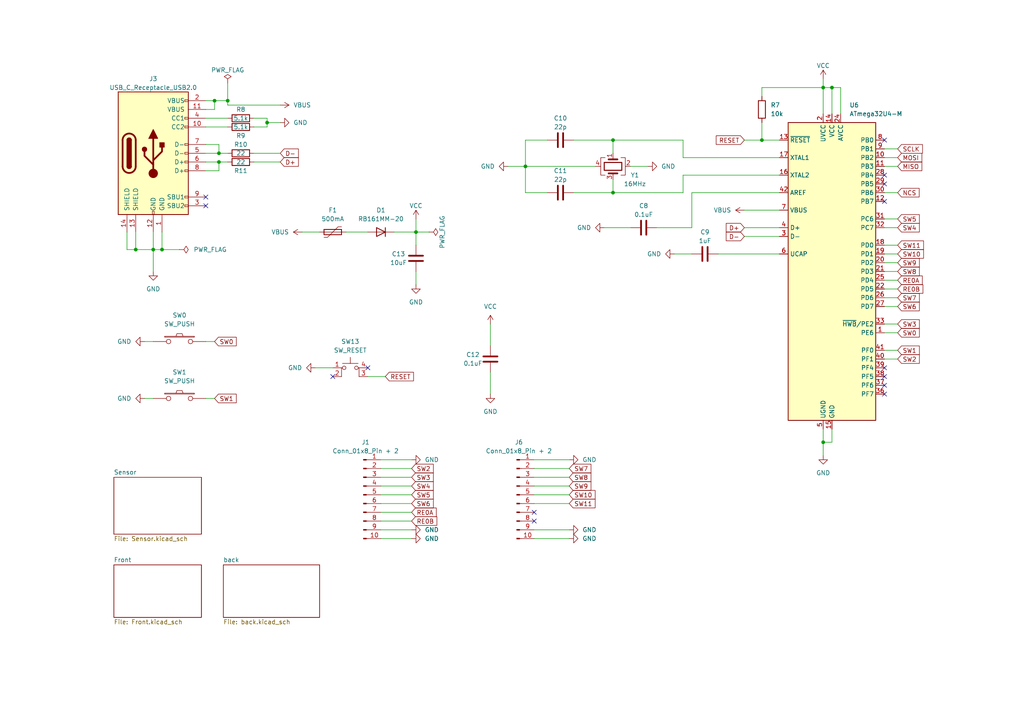
<source format=kicad_sch>
(kicad_sch (version 20230121) (generator eeschema)
  (paper "A4")
  (lib_symbols
    (symbol "Connector:Conn_01x10_Pin" (pin_names (offset 1.016) hide)
      (property "Reference" "J" (at 0 12.7 0))
      (property "Value" "Conn_01x10_Pin" (at 0 -15.24 0))
      (symbol "Conn_01x10_Pin_1_1"
        (polyline (pts (xy 1.27 -12.7) (xy 0.8636 -12.7)) (stroke (width 0.1524)))
        (polyline (pts (xy 1.27 -10.16) (xy 0.8636 -10.16)) (stroke (width 0.1524)))
        (polyline (pts (xy 1.27 -7.62) (xy 0.8636 -7.62)) (stroke (width 0.1524)))
        (polyline (pts (xy 1.27 -5.08) (xy 0.8636 -5.08)) (stroke (width 0.1524)))
        (polyline (pts (xy 1.27 -2.54) (xy 0.8636 -2.54)) (stroke (width 0.1524)))
        (polyline (pts (xy 1.27 0) (xy 0.8636 0)) (stroke (width 0.1524)))
        (polyline (pts (xy 1.27 2.54) (xy 0.8636 2.54)) (stroke (width 0.1524)))
        (polyline (pts (xy 1.27 5.08) (xy 0.8636 5.08)) (stroke (width 0.1524)))
        (polyline (pts (xy 1.27 7.62) (xy 0.8636 7.62)) (stroke (width 0.1524)))
        (polyline (pts (xy 1.27 10.16) (xy 0.8636 10.16)) (stroke (width 0.1524)))
        (rectangle (start 0.8636 -12.573) (end 0 -12.827) (stroke (width 0.1524)) (fill (type outline)))
        (rectangle (start 0.8636 -10.033) (end 0 -10.287) (stroke (width 0.1524)) (fill (type outline)))
        (rectangle (start 0.8636 -7.493) (end 0 -7.747) (stroke (width 0.1524)) (fill (type outline)))
        (rectangle (start 0.8636 -4.953) (end 0 -5.207) (stroke (width 0.1524)) (fill (type outline)))
        (rectangle (start 0.8636 -2.413) (end 0 -2.667) (stroke (width 0.1524)) (fill (type outline)))
        (rectangle (start 0.8636 0.127) (end 0 -0.127) (stroke (width 0.1524)) (fill (type outline)))
        (rectangle (start 0.8636 2.667) (end 0 2.413) (stroke (width 0.1524)) (fill (type outline)))
        (rectangle (start 0.8636 5.207) (end 0 4.953) (stroke (width 0.1524)) (fill (type outline)))
        (rectangle (start 0.8636 7.747) (end 0 7.493) (stroke (width 0.1524)) (fill (type outline)))
        (rectangle (start 0.8636 10.287) (end 0 10.033) (stroke (width 0.1524)) (fill (type outline)))
        (pin passive line (at 5.08 10.16 180) (length 3.81) (name "Pin_1") (number "1"))
        (pin passive line (at 5.08 -12.7 180) (length 3.81) (name "Pin_10") (number "10"))
        (pin passive line (at 5.08 7.62 180) (length 3.81) (name "Pin_2") (number "2"))
        (pin passive line (at 5.08 5.08 180) (length 3.81) (name "Pin_3") (number "3"))
        (pin passive line (at 5.08 2.54 180) (length 3.81) (name "Pin_4") (number "4"))
        (pin passive line (at 5.08 0 180) (length 3.81) (name "Pin_5") (number "5"))
        (pin passive line (at 5.08 -2.54 180) (length 3.81) (name "Pin_6") (number "6"))
        (pin passive line (at 5.08 -5.08 180) (length 3.81) (name "Pin_7") (number "7"))
        (pin passive line (at 5.08 -7.62 180) (length 3.81) (name "Pin_8") (number "8"))
        (pin passive line (at 5.08 -10.16 180) (length 3.81) (name "Pin_9") (number "9"))
      )
    )
    (symbol "Connector:USB_C_Receptacle_USB2.0" (pin_names (offset 1.016))
      (property "Reference" "J3" (at 0 21.59 0))
      (property "Value" "USB_C_Receptacle_USB2.0" (at 0 19.05 0))
      (symbol "USB_C_Receptacle_USB2.0_0_0"
        (rectangle (start -0.254 -17.78) (end 0.254 -16.764))
        (rectangle (start 10.16 -14.986) (end 9.144 -15.494))
        (rectangle (start 10.16 -12.446) (end 9.144 -12.954))
        (rectangle (start 10.16 -4.826) (end 9.144 -5.334))
        (rectangle (start 10.16 -2.286) (end 9.144 -2.794))
        (rectangle (start 10.16 0.254) (end 9.144 -0.254))
        (rectangle (start 10.16 2.794) (end 9.144 2.286))
        (rectangle (start 10.16 7.874) (end 9.144 7.366))
        (rectangle (start 10.16 10.414) (end 9.144 9.906))
        (rectangle (start 10.16 15.494) (end 9.144 14.986))
      )
      (symbol "USB_C_Receptacle_USB2.0_0_1"
        (rectangle (start -10.16 17.78) (end 10.16 -17.78) (stroke (width 0.254)) (fill (type background)))
        (arc (start -8.89 -3.81) (mid -6.985 -5.7067) (end -5.08 -3.81) (stroke (width 0.508)))
        (arc (start -7.62 -3.81) (mid -6.985 -4.4423) (end -6.35 -3.81) (stroke (width 0.254)))
        (arc (start -7.62 -3.81) (mid -6.985 -4.4423) (end -6.35 -3.81) (stroke (width 0.254)) (fill (type outline)))
        (rectangle (start -7.62 -3.81) (end -6.35 3.81) (stroke (width 0.254)) (fill (type outline)))
        (arc (start -6.35 3.81) (mid -6.985 4.4423) (end -7.62 3.81) (stroke (width 0.254)))
        (arc (start -6.35 3.81) (mid -6.985 4.4423) (end -7.62 3.81) (stroke (width 0.254)) (fill (type outline)))
        (arc (start -5.08 3.81) (mid -6.985 5.7067) (end -8.89 3.81) (stroke (width 0.508)))
        (circle (center -2.54 1.143) (radius 0.635) (stroke (width 0.254)) (fill (type outline)))
        (circle (center 0 -5.842) (radius 1.27) (fill (type outline)))
        (polyline (pts (xy -8.89 -3.81) (xy -8.89 3.81)) (stroke (width 0.508)))
        (polyline (pts (xy -5.08 3.81) (xy -5.08 -3.81)) (stroke (width 0.508)))
        (polyline (pts (xy 0 -5.842) (xy 0 4.318)) (stroke (width 0.508)))
        (polyline (pts (xy 0 -3.302) (xy -2.54 -0.762) (xy -2.54 0.508)) (stroke (width 0.508)))
        (polyline (pts (xy 0 -2.032) (xy 2.54 0.508) (xy 2.54 1.778)) (stroke (width 0.508)))
        (polyline (pts (xy -1.27 4.318) (xy 0 6.858) (xy 1.27 4.318) (xy -1.27 4.318)) (stroke (width 0.254)) (fill (type outline)))
        (rectangle (start 1.905 1.778) (end 3.175 3.048) (stroke (width 0.254)) (fill (type outline)))
      )
      (symbol "USB_C_Receptacle_USB2.0_1_1"
        (pin passive line (at 2.54 -22.86 90) (length 5.08) (name "GND") (number "1"))
        (pin bidirectional line (at 15.24 7.62 180) (length 5.08) (name "CC2") (number "10"))
        (pin passive line (at 15.24 12.7 180) (length 5.08) (name "VBUS") (number "11"))
        (pin passive line (at 0 -22.86 90) (length 5.08) (name "GND") (number "12"))
        (pin passive line (at -5.08 -22.86 90) (length 5.08) (name "SHIELD") (number "13"))
        (pin passive line (at -7.62 -22.86 90) (length 5.08) (name "SHIELD") (number "14"))
        (pin passive line (at 15.24 15.24 180) (length 5.08) (name "VBUS") (number "2"))
        (pin bidirectional line (at 15.24 -15.24 180) (length 5.08) (name "SBU2") (number "3"))
        (pin bidirectional line (at 15.24 10.16 180) (length 5.08) (name "CC1") (number "4"))
        (pin bidirectional line (at 15.24 0 180) (length 5.08) (name "D-") (number "5"))
        (pin bidirectional line (at 15.24 -2.54 180) (length 5.08) (name "D+") (number "6"))
        (pin bidirectional line (at 15.24 2.54 180) (length 5.08) (name "D-") (number "7"))
        (pin bidirectional line (at 15.24 -5.08 180) (length 5.08) (name "D+") (number "8"))
        (pin bidirectional line (at 15.24 -12.7 180) (length 5.08) (name "SBU1") (number "9"))
      )
    )
    (symbol "Device:C" (pin_numbers hide) (pin_names (offset 0.254))
      (property "Reference" "C" (at 0.635 2.54 0))
      (property "Value" "C" (at 0.635 -2.54 0))
      (symbol "C_0_1"
        (polyline (pts (xy -2.032 -0.762) (xy 2.032 -0.762)) (stroke (width 0.508)))
        (polyline (pts (xy -2.032 0.762) (xy 2.032 0.762)) (stroke (width 0.508)))
      )
      (symbol "C_1_1"
        (pin passive line (at 0 3.81 270) (length 2.794) (name "~") (number "1"))
        (pin passive line (at 0 -3.81 90) (length 2.794) (name "~") (number "2"))
      )
    )
    (symbol "Device:Crystal_GND24" (pin_names (offset 1.016) hide)
      (property "Reference" "Y" (at 3.175 5.08 0))
      (property "Value" "Crystal_GND24" (at 3.175 3.175 0))
      (symbol "Crystal_GND24_0_1"
        (rectangle (start -1.143 2.54) (end 1.143 -2.54) (stroke (width 0.3048)))
        (polyline (pts (xy -2.54 0) (xy -2.032 0)))
        (polyline (pts (xy -2.032 -1.27) (xy -2.032 1.27)) (stroke (width 0.508)))
        (polyline (pts (xy 0 -3.81) (xy 0 -3.556)))
        (polyline (pts (xy 0 3.556) (xy 0 3.81)))
        (polyline (pts (xy 2.032 -1.27) (xy 2.032 1.27)) (stroke (width 0.508)))
        (polyline (pts (xy 2.032 0) (xy 2.54 0)))
        (polyline (pts (xy -2.54 -2.286) (xy -2.54 -3.556) (xy 2.54 -3.556) (xy 2.54 -2.286)))
        (polyline (pts (xy -2.54 2.286) (xy -2.54 3.556) (xy 2.54 3.556) (xy 2.54 2.286)))
      )
      (symbol "Crystal_GND24_1_1"
        (pin passive line (at -3.81 0 0) (length 1.27) (name "1") (number "1"))
        (pin passive line (at 0 5.08 270) (length 1.27) (name "2") (number "2"))
        (pin passive line (at 3.81 0 180) (length 1.27) (name "3") (number "3"))
        (pin passive line (at 0 -5.08 90) (length 1.27) (name "4") (number "4"))
      )
    )
    (symbol "Device:D" (pin_numbers hide) (pin_names (offset 1.016) hide)
      (property "Reference" "D" (at 0 2.54 0))
      (property "Value" "D" (at 0 -2.54 0))
      (symbol "D_0_1"
        (polyline (pts (xy -1.27 1.27) (xy -1.27 -1.27)) (stroke (width 0.254)))
        (polyline (pts (xy 1.27 0) (xy -1.27 0)))
        (polyline (pts (xy 1.27 1.27) (xy 1.27 -1.27) (xy -1.27 0) (xy 1.27 1.27)) (stroke (width 0.254)))
      )
      (symbol "D_1_1"
        (pin passive line (at -3.81 0 0) (length 2.54) (name "K") (number "1"))
        (pin passive line (at 3.81 0 180) (length 2.54) (name "A") (number "2"))
      )
    )
    (symbol "Device:Polyfuse" (pin_numbers hide) (pin_names (offset 0))
      (property "Reference" "F" (at -2.54 0 90))
      (property "Value" "Polyfuse" (at 2.54 0 90))
      (symbol "Polyfuse_0_1"
        (rectangle (start -0.762 2.54) (end 0.762 -2.54) (stroke (width 0.254)))
        (polyline (pts (xy 0 2.54) (xy 0 -2.54)))
        (polyline (pts (xy -1.524 2.54) (xy -1.524 1.524) (xy 1.524 -1.524) (xy 1.524 -2.54)))
      )
      (symbol "Polyfuse_1_1"
        (pin passive line (at 0 3.81 270) (length 1.27) (name "~") (number "1"))
        (pin passive line (at 0 -3.81 90) (length 1.27) (name "~") (number "2"))
      )
    )
    (symbol "Device:R" (pin_numbers hide) (pin_names (offset 0))
      (property "Reference" "R" (at 2.032 0 90))
      (property "Value" "R" (at 0 0 90))
      (symbol "R_0_1"
        (rectangle (start -1.016 -2.54) (end 1.016 2.54) (stroke (width 0.254)))
      )
      (symbol "R_1_1"
        (pin passive line (at 0 3.81 270) (length 1.27) (name "~") (number "1"))
        (pin passive line (at 0 -3.81 90) (length 1.27) (name "~") (number "2"))
      )
    )
    (symbol "MCU_Microchip_ATmega:ATmega32U4-M"
      (property "Reference" "U" (at -12.7 44.45 0))
      (property "Value" "ATmega32U4-M" (at 2.54 -44.45 0))
      (symbol "ATmega32U4-M_0_1"
        (rectangle (start -12.7 -43.18) (end 12.7 43.18) (stroke (width 0.254)) (fill (type background)))
      )
      (symbol "ATmega32U4-M_1_1"
        (pin bidirectional line (at 15.24 -17.78 180) (length 2.54) (name "PE6") (number "1"))
        (pin bidirectional line (at 15.24 33.02 180) (length 2.54) (name "PB2") (number "10"))
        (pin bidirectional line (at 15.24 30.48 180) (length 2.54) (name "PB3") (number "11"))
        (pin bidirectional line (at 15.24 20.32 180) (length 2.54) (name "PB7") (number "12"))
        (pin input line (at -15.24 38.1 0) (length 2.54) (name "~{RESET}") (number "13"))
        (pin power_in line (at 0 45.72 270) (length 2.54) (name "VCC") (number "14"))
        (pin power_in line (at 0 -45.72 90) (length 2.54) (name "GND") (number "15"))
        (pin output line (at -15.24 27.94 0) (length 2.54) (name "XTAL2") (number "16"))
        (pin input line (at -15.24 33.02 0) (length 2.54) (name "XTAL1") (number "17"))
        (pin bidirectional line (at 15.24 7.62 180) (length 2.54) (name "PD0") (number "18"))
        (pin bidirectional line (at 15.24 5.08 180) (length 2.54) (name "PD1") (number "19"))
        (pin power_in line (at -2.54 45.72 270) (length 2.54) (name "UVCC") (number "2"))
        (pin bidirectional line (at 15.24 2.54 180) (length 2.54) (name "PD2") (number "20"))
        (pin bidirectional line (at 15.24 0 180) (length 2.54) (name "PD3") (number "21"))
        (pin bidirectional line (at 15.24 -5.08 180) (length 2.54) (name "PD5") (number "22"))
        (pin passive line (at 0 -45.72 90) (length 2.54) hide (name "GND") (number "23"))
        (pin power_in line (at 2.54 45.72 270) (length 2.54) (name "AVCC") (number "24"))
        (pin bidirectional line (at 15.24 -2.54 180) (length 2.54) (name "PD4") (number "25"))
        (pin bidirectional line (at 15.24 -7.62 180) (length 2.54) (name "PD6") (number "26"))
        (pin bidirectional line (at 15.24 -10.16 180) (length 2.54) (name "PD7") (number "27"))
        (pin bidirectional line (at 15.24 27.94 180) (length 2.54) (name "PB4") (number "28"))
        (pin bidirectional line (at 15.24 25.4 180) (length 2.54) (name "PB5") (number "29"))
        (pin bidirectional line (at -15.24 10.16 0) (length 2.54) (name "D-") (number "3"))
        (pin bidirectional line (at 15.24 22.86 180) (length 2.54) (name "PB6") (number "30"))
        (pin bidirectional line (at 15.24 15.24 180) (length 2.54) (name "PC6") (number "31"))
        (pin bidirectional line (at 15.24 12.7 180) (length 2.54) (name "PC7") (number "32"))
        (pin bidirectional line (at 15.24 -15.24 180) (length 2.54) (name "~{HWB}/PE2") (number "33"))
        (pin passive line (at 0 45.72 270) (length 2.54) hide (name "VCC") (number "34"))
        (pin passive line (at 0 -45.72 90) (length 2.54) hide (name "GND") (number "35"))
        (pin bidirectional line (at 15.24 -35.56 180) (length 2.54) (name "PF7") (number "36"))
        (pin bidirectional line (at 15.24 -33.02 180) (length 2.54) (name "PF6") (number "37"))
        (pin bidirectional line (at 15.24 -30.48 180) (length 2.54) (name "PF5") (number "38"))
        (pin bidirectional line (at 15.24 -27.94 180) (length 2.54) (name "PF4") (number "39"))
        (pin bidirectional line (at -15.24 12.7 0) (length 2.54) (name "D+") (number "4"))
        (pin bidirectional line (at 15.24 -25.4 180) (length 2.54) (name "PF1") (number "40"))
        (pin bidirectional line (at 15.24 -22.86 180) (length 2.54) (name "PF0") (number "41"))
        (pin passive line (at -15.24 22.86 0) (length 2.54) (name "AREF") (number "42"))
        (pin passive line (at 0 -45.72 90) (length 2.54) hide (name "GND") (number "43"))
        (pin passive line (at 2.54 45.72 270) (length 2.54) hide (name "AVCC") (number "44"))
        (pin passive line (at 0 -45.72 90) (length 2.54) hide (name "GND") (number "45"))
        (pin passive line (at -2.54 -45.72 90) (length 2.54) (name "UGND") (number "5"))
        (pin passive line (at -15.24 5.08 0) (length 2.54) (name "UCAP") (number "6"))
        (pin input line (at -15.24 17.78 0) (length 2.54) (name "VBUS") (number "7"))
        (pin bidirectional line (at 15.24 38.1 180) (length 2.54) (name "PB0") (number "8"))
        (pin bidirectional line (at 15.24 35.56 180) (length 2.54) (name "PB1") (number "9"))
      )
    )
    (symbol "Switch:SW_MEC_5E" (pin_names (offset 1.016) hide)
      (property "Reference" "SW" (at 0.635 5.715 0))
      (property "Value" "SW_MEC_5E" (at 0 -3.175 0))
      (symbol "SW_MEC_5E_0_1"
        (circle (center -1.778 2.54) (radius 0.508))
        (polyline (pts (xy -2.286 3.81) (xy 2.286 3.81)))
        (polyline (pts (xy 0 3.81) (xy 0 5.588)))
        (polyline (pts (xy -2.54 0) (xy -2.54 2.54) (xy -2.286 2.54)))
        (polyline (pts (xy 2.54 0) (xy 2.54 2.54) (xy 2.286 2.54)))
        (circle (center 1.778 2.54) (radius 0.508))
        (pin passive line (at -5.08 2.54 0) (length 2.54) (name "1") (number "1"))
        (pin passive line (at -5.08 0 0) (length 2.54) (name "2") (number "2"))
        (pin passive line (at 5.08 0 180) (length 2.54) (name "K") (number "3"))
        (pin passive line (at 5.08 2.54 180) (length 2.54) (name "A") (number "4"))
      )
    )
    (symbol "kbd:SW_PUSH" (pin_numbers hide) (pin_names (offset 1.016) hide)
      (property "Reference" "SW" (at 3.81 2.794 0))
      (property "Value" "SW_PUSH" (at 0 -2.032 0))
      (symbol "SW_PUSH_0_1"
        (rectangle (start -4.318 1.27) (end 4.318 1.524))
        (polyline (pts (xy -1.016 1.524) (xy -0.762 2.286) (xy 0.762 2.286) (xy 1.016 1.524)))
        (pin passive inverted (at -7.62 0 0) (length 5.08) (name "1") (number "1"))
        (pin passive inverted (at 7.62 0 180) (length 5.08) (name "2") (number "2"))
      )
    )
    (symbol "power:GND" (power) (pin_names (offset 0))
      (property "Value" "GND" (at 0 -3.81 0))
      (symbol "GND_0_1"
        (polyline (pts (xy 0 0) (xy 0 -1.27) (xy 1.27 -1.27) (xy 0 -2.54) (xy -1.27 -1.27) (xy 0 -1.27)))
      )
      (symbol "GND_1_1"
        (pin power_in line (at 0 0 270) (length 0) hide (name "GND") (number "1"))
      )
    )
    (symbol "power:PWR_FLAG" (power) (pin_numbers hide) (pin_names (offset 0) hide)
      (property "Value" "PWR_FLAG" (at 0 3.81 0))
      (symbol "PWR_FLAG_0_0"
        (pin power_out line (at 0 0 90) (length 0) (name "pwr") (number "1"))
      )
      (symbol "PWR_FLAG_0_1"
        (polyline (pts (xy 0 0) (xy 0 1.27) (xy -1.016 1.905) (xy 0 2.54) (xy 1.016 1.905) (xy 0 1.27)))
      )
    )
    (symbol "power:VBUS" (power) (pin_names (offset 0))
      (property "Value" "VBUS" (at 0 3.81 0))
      (symbol "VBUS_0_1"
        (polyline (pts (xy -0.762 1.27) (xy 0 2.54)))
        (polyline (pts (xy 0 0) (xy 0 2.54)))
        (polyline (pts (xy 0 2.54) (xy 0.762 1.27)))
      )
      (symbol "VBUS_1_1"
        (pin power_in line (at 0 0 90) (length 0) hide (name "VBUS") (number "1"))
      )
    )
    (symbol "power:VCC" (power) (pin_names (offset 0))
      (property "Value" "VCC" (at 0 3.81 0))
      (symbol "VCC_0_1"
        (polyline (pts (xy -0.762 1.27) (xy 0 2.54)))
        (polyline (pts (xy 0 0) (xy 0 2.54)))
        (polyline (pts (xy 0 2.54) (xy 0.762 1.27)))
      )
      (symbol "VCC_1_1"
        (pin power_in line (at 0 0 90) (length 0) hide (name "VCC") (number "1"))
      )
    )
  )
  (junction (at 63.5 46.99))
  (junction (at 120.65 67.31))
  (junction (at 44.45 72.39))
  (junction (at 66.04 29.21))
  (junction (at 39.37 72.39))
  (junction (at 220.98 40.64))
  (junction (at 238.76 25.4))
  (junction (at 238.76 128.27))
  (junction (at 63.5 44.45))
  (junction (at 62.23 29.21))
  (junction (at 177.8 55.88))
  (junction (at 177.8 40.64))
  (junction (at 152.4 48.26))
  (junction (at 241.3 25.4))
  (junction (at 46.99 72.39))
  (junction (at 77.47 35.56))
  (no_connect (at 96.52 109.22))
  (no_connect (at 59.69 57.15))
  (no_connect (at 59.69 59.69))
  (no_connect (at 256.54 50.8))
  (no_connect (at 256.54 106.68))
  (no_connect (at 154.94 151.13))
  (no_connect (at 256.54 111.76))
  (no_connect (at 154.94 148.59))
  (no_connect (at 256.54 58.42))
  (no_connect (at 256.54 40.64))
  (no_connect (at 256.54 114.3))
  (no_connect (at 106.68 106.68))
  (no_connect (at 256.54 109.22))
  (no_connect (at 256.54 53.34))
  (wire (pts (xy 120.65 63.5) (xy 120.65 67.31)))
  (wire (pts (xy 182.88 66.04) (xy 175.26 66.04)))
  (wire (pts (xy 44.45 72.39) (xy 46.99 72.39)))
  (wire (pts (xy 154.94 138.43) (xy 165.1 138.43)))
  (wire (pts (xy 215.9 68.58) (xy 226.06 68.58)))
  (wire (pts (xy 110.49 133.35) (xy 119.38 133.35)))
  (wire (pts (xy 77.47 36.83) (xy 77.47 35.56)))
  (wire (pts (xy 110.49 146.05) (xy 119.38 146.05)))
  (wire (pts (xy 59.69 49.53) (xy 63.5 49.53)))
  (wire (pts (xy 152.4 40.64) (xy 152.4 48.26)))
  (wire (pts (xy 110.49 148.59) (xy 119.38 148.59)))
  (wire (pts (xy 220.98 40.64) (xy 226.06 40.64)))
  (wire (pts (xy 77.47 35.56) (xy 81.28 35.56)))
  (wire (pts (xy 241.3 33.02) (xy 241.3 25.4)))
  (wire (pts (xy 195.58 73.66) (xy 200.66 73.66)))
  (wire (pts (xy 59.69 44.45) (xy 63.5 44.45)))
  (wire (pts (xy 198.12 55.88) (xy 177.8 55.88)))
  (wire (pts (xy 63.5 46.99) (xy 66.04 46.99)))
  (wire (pts (xy 41.91 115.57) (xy 44.45 115.57)))
  (wire (pts (xy 154.94 135.89) (xy 165.1 135.89)))
  (wire (pts (xy 120.65 78.74) (xy 120.65 82.55)))
  (wire (pts (xy 238.76 128.27) (xy 238.76 132.08)))
  (wire (pts (xy 87.63 67.31) (xy 92.71 67.31)))
  (wire (pts (xy 215.9 60.96) (xy 226.06 60.96)))
  (wire (pts (xy 91.44 106.68) (xy 96.52 106.68)))
  (wire (pts (xy 256.54 101.6) (xy 260.35 101.6)))
  (wire (pts (xy 166.37 55.88) (xy 177.8 55.88)))
  (wire (pts (xy 59.69 29.21) (xy 62.23 29.21)))
  (wire (pts (xy 256.54 81.28) (xy 260.35 81.28)))
  (wire (pts (xy 110.49 140.97) (xy 119.38 140.97)))
  (wire (pts (xy 63.5 41.91) (xy 63.5 44.45)))
  (wire (pts (xy 208.28 73.66) (xy 226.06 73.66)))
  (wire (pts (xy 106.68 109.22) (xy 111.76 109.22)))
  (wire (pts (xy 243.84 25.4) (xy 241.3 25.4)))
  (wire (pts (xy 110.49 156.21) (xy 119.38 156.21)))
  (wire (pts (xy 41.91 99.06) (xy 44.45 99.06)))
  (wire (pts (xy 243.84 33.02) (xy 243.84 25.4)))
  (wire (pts (xy 241.3 25.4) (xy 238.76 25.4)))
  (wire (pts (xy 256.54 83.82) (xy 260.35 83.82)))
  (wire (pts (xy 226.06 55.88) (xy 200.66 55.88)))
  (wire (pts (xy 241.3 128.27) (xy 238.76 128.27)))
  (wire (pts (xy 154.94 143.51) (xy 165.1 143.51)))
  (wire (pts (xy 256.54 88.9) (xy 260.35 88.9)))
  (wire (pts (xy 226.06 45.72) (xy 198.12 45.72)))
  (wire (pts (xy 220.98 25.4) (xy 220.98 27.94)))
  (wire (pts (xy 62.23 29.21) (xy 66.04 29.21)))
  (wire (pts (xy 62.23 31.75) (xy 62.23 29.21)))
  (wire (pts (xy 59.69 46.99) (xy 63.5 46.99)))
  (wire (pts (xy 154.94 140.97) (xy 165.1 140.97)))
  (wire (pts (xy 66.04 30.48) (xy 81.28 30.48)))
  (wire (pts (xy 46.99 72.39) (xy 52.07 72.39)))
  (wire (pts (xy 36.83 72.39) (xy 39.37 72.39)))
  (wire (pts (xy 100.33 67.31) (xy 106.68 67.31)))
  (wire (pts (xy 46.99 67.31) (xy 46.99 72.39)))
  (wire (pts (xy 110.49 135.89) (xy 119.38 135.89)))
  (wire (pts (xy 120.65 67.31) (xy 120.65 71.12)))
  (wire (pts (xy 59.69 99.06) (xy 62.23 99.06)))
  (wire (pts (xy 256.54 78.74) (xy 260.35 78.74)))
  (wire (pts (xy 238.76 25.4) (xy 238.76 33.02)))
  (wire (pts (xy 177.8 55.88) (xy 177.8 52.07)))
  (wire (pts (xy 198.12 40.64) (xy 177.8 40.64)))
  (wire (pts (xy 114.3 67.31) (xy 120.65 67.31)))
  (wire (pts (xy 77.47 34.29) (xy 77.47 35.56)))
  (wire (pts (xy 200.66 55.88) (xy 200.66 66.04)))
  (wire (pts (xy 142.24 93.98) (xy 142.24 100.33)))
  (wire (pts (xy 152.4 48.26) (xy 172.72 48.26)))
  (wire (pts (xy 238.76 22.86) (xy 238.76 25.4)))
  (wire (pts (xy 66.04 30.48) (xy 66.04 29.21)))
  (wire (pts (xy 256.54 86.36) (xy 260.35 86.36)))
  (wire (pts (xy 59.69 41.91) (xy 63.5 41.91)))
  (wire (pts (xy 256.54 66.04) (xy 260.35 66.04)))
  (wire (pts (xy 238.76 124.46) (xy 238.76 128.27)))
  (wire (pts (xy 152.4 55.88) (xy 152.4 48.26)))
  (wire (pts (xy 238.76 25.4) (xy 220.98 25.4)))
  (wire (pts (xy 39.37 67.31) (xy 39.37 72.39)))
  (wire (pts (xy 198.12 50.8) (xy 198.12 55.88)))
  (wire (pts (xy 158.75 40.64) (xy 152.4 40.64)))
  (wire (pts (xy 147.32 48.26) (xy 152.4 48.26)))
  (wire (pts (xy 256.54 63.5) (xy 260.35 63.5)))
  (wire (pts (xy 154.94 153.67) (xy 165.1 153.67)))
  (wire (pts (xy 256.54 55.88) (xy 260.35 55.88)))
  (wire (pts (xy 73.66 46.99) (xy 81.28 46.99)))
  (wire (pts (xy 200.66 66.04) (xy 190.5 66.04)))
  (wire (pts (xy 256.54 43.18) (xy 260.35 43.18)))
  (wire (pts (xy 256.54 73.66) (xy 260.35 73.66)))
  (wire (pts (xy 63.5 49.53) (xy 63.5 46.99)))
  (wire (pts (xy 154.94 133.35) (xy 165.1 133.35)))
  (wire (pts (xy 226.06 50.8) (xy 198.12 50.8)))
  (wire (pts (xy 73.66 44.45) (xy 81.28 44.45)))
  (wire (pts (xy 256.54 45.72) (xy 260.35 45.72)))
  (wire (pts (xy 198.12 45.72) (xy 198.12 40.64)))
  (wire (pts (xy 63.5 44.45) (xy 66.04 44.45)))
  (wire (pts (xy 256.54 76.2) (xy 260.35 76.2)))
  (wire (pts (xy 142.24 107.95) (xy 142.24 114.3)))
  (wire (pts (xy 256.54 93.98) (xy 260.35 93.98)))
  (wire (pts (xy 110.49 143.51) (xy 119.38 143.51)))
  (wire (pts (xy 154.94 146.05) (xy 165.1 146.05)))
  (wire (pts (xy 110.49 151.13) (xy 119.38 151.13)))
  (wire (pts (xy 215.9 66.04) (xy 226.06 66.04)))
  (wire (pts (xy 59.69 31.75) (xy 62.23 31.75)))
  (wire (pts (xy 36.83 67.31) (xy 36.83 72.39)))
  (wire (pts (xy 154.94 156.21) (xy 165.1 156.21)))
  (wire (pts (xy 220.98 35.56) (xy 220.98 40.64)))
  (wire (pts (xy 256.54 48.26) (xy 260.35 48.26)))
  (wire (pts (xy 177.8 40.64) (xy 177.8 44.45)))
  (wire (pts (xy 166.37 40.64) (xy 177.8 40.64)))
  (wire (pts (xy 110.49 153.67) (xy 119.38 153.67)))
  (wire (pts (xy 158.75 55.88) (xy 152.4 55.88)))
  (wire (pts (xy 59.69 36.83) (xy 66.04 36.83)))
  (wire (pts (xy 39.37 72.39) (xy 44.45 72.39)))
  (wire (pts (xy 66.04 24.13) (xy 66.04 29.21)))
  (wire (pts (xy 73.66 34.29) (xy 77.47 34.29)))
  (wire (pts (xy 120.65 67.31) (xy 124.46 67.31)))
  (wire (pts (xy 256.54 104.14) (xy 260.35 104.14)))
  (wire (pts (xy 59.69 34.29) (xy 66.04 34.29)))
  (wire (pts (xy 241.3 124.46) (xy 241.3 128.27)))
  (wire (pts (xy 73.66 36.83) (xy 77.47 36.83)))
  (wire (pts (xy 44.45 72.39) (xy 44.45 78.74)))
  (wire (pts (xy 44.45 67.31) (xy 44.45 72.39)))
  (wire (pts (xy 215.9 40.64) (xy 220.98 40.64)))
  (wire (pts (xy 182.88 48.26) (xy 187.96 48.26)))
  (wire (pts (xy 256.54 96.52) (xy 260.35 96.52)))
  (wire (pts (xy 256.54 71.12) (xy 260.35 71.12)))
  (wire (pts (xy 110.49 138.43) (xy 119.38 138.43)))
  (wire (pts (xy 59.69 115.57) (xy 62.23 115.57)))
  (global_label "RESET" (shape input) (at 111.76 109.22 0) (property "Intersheetrefs" "${INTERSHEET_REFS}" (effects hide)))
  (global_label "SW5" (shape input) (at 260.35 63.5 0) (property "Intersheetrefs" "${INTERSHEET_REFS}" (effects hide)))
  (global_label "RE0B" (shape input) (at 260.35 83.82 0) (property "Intersheetrefs" "${INTERSHEET_REFS}" (effects hide)))
  (global_label "RE0A" (shape input) (at 119.38 148.59 0) (property "Intersheetrefs" "${INTERSHEET_REFS}" (effects hide)))
  (global_label "SW7" (shape input) (at 260.35 86.36 0) (property "Intersheetrefs" "${INTERSHEET_REFS}" (effects hide)))
  (global_label "D-" (shape input) (at 215.9 68.58 180) (property "Intersheetrefs" "${INTERSHEET_REFS}" (effects hide)))
  (global_label "SW5" (shape input) (at 119.38 143.51 0) (property "Intersheetrefs" "${INTERSHEET_REFS}" (effects hide)))
  (global_label "SW9" (shape input) (at 165.1 140.97 0) (property "Intersheetrefs" "${INTERSHEET_REFS}" (effects hide)))
  (global_label "SW3" (shape input) (at 260.35 93.98 0) (property "Intersheetrefs" "${INTERSHEET_REFS}" (effects hide)))
  (global_label "D+" (shape input) (at 81.28 46.99 0) (property "Intersheetrefs" "${INTERSHEET_REFS}" (effects hide)))
  (global_label "SW4" (shape input) (at 119.38 140.97 0) (property "Intersheetrefs" "${INTERSHEET_REFS}" (effects hide)))
  (global_label "D+" (shape input) (at 215.9 66.04 180) (property "Intersheetrefs" "${INTERSHEET_REFS}" (effects hide)))
  (global_label "D-" (shape input) (at 81.28 44.45 0) (property "Intersheetrefs" "${INTERSHEET_REFS}" (effects hide)))
  (global_label "SW1" (shape input) (at 260.35 101.6 0) (property "Intersheetrefs" "${INTERSHEET_REFS}" (effects hide)))
  (global_label "SW10" (shape input) (at 260.35 73.66 0) (property "Intersheetrefs" "${INTERSHEET_REFS}" (effects hide)))
  (global_label "SW8" (shape input) (at 165.1 138.43 0) (property "Intersheetrefs" "${INTERSHEET_REFS}" (effects hide)))
  (global_label "SW9" (shape input) (at 260.35 76.2 0) (property "Intersheetrefs" "${INTERSHEET_REFS}" (effects hide)))
  (global_label "SW6" (shape input) (at 119.38 146.05 0) (property "Intersheetrefs" "${INTERSHEET_REFS}" (effects hide)))
  (global_label "RE0B" (shape input) (at 119.38 151.13 0) (property "Intersheetrefs" "${INTERSHEET_REFS}" (effects hide)))
  (global_label "SCLK" (shape input) (at 260.35 43.18 0) (property "Intersheetrefs" "${INTERSHEET_REFS}" (effects hide)))
  (global_label "SW11" (shape input) (at 260.35 71.12 0) (property "Intersheetrefs" "${INTERSHEET_REFS}" (effects hide)))
  (global_label "NCS" (shape input) (at 260.35 55.88 0) (property "Intersheetrefs" "${INTERSHEET_REFS}" (effects hide)))
  (global_label "SW11" (shape input) (at 165.1 146.05 0) (property "Intersheetrefs" "${INTERSHEET_REFS}" (effects hide)))
  (global_label "MOSI" (shape input) (at 260.35 45.72 0) (property "Intersheetrefs" "${INTERSHEET_REFS}" (effects hide)))
  (global_label "RESET" (shape input) (at 215.9 40.64 180) (property "Intersheetrefs" "${INTERSHEET_REFS}" (effects hide)))
  (global_label "SW6" (shape input) (at 260.35 88.9 0) (property "Intersheetrefs" "${INTERSHEET_REFS}" (effects hide)))
  (global_label "MISO" (shape input) (at 260.35 48.26 0) (property "Intersheetrefs" "${INTERSHEET_REFS}" (effects hide)))
  (global_label "SW0" (shape input) (at 260.35 96.52 0) (property "Intersheetrefs" "${INTERSHEET_REFS}" (effects hide)))
  (global_label "SW2" (shape input) (at 119.38 135.89 0) (property "Intersheetrefs" "${INTERSHEET_REFS}" (effects hide)))
  (global_label "SW8" (shape input) (at 260.35 78.74 0) (property "Intersheetrefs" "${INTERSHEET_REFS}" (effects hide)))
  (global_label "SW1" (shape input) (at 62.23 115.57 0) (property "Intersheetrefs" "${INTERSHEET_REFS}" (effects hide)))
  (global_label "SW2" (shape input) (at 260.35 104.14 0) (property "Intersheetrefs" "${INTERSHEET_REFS}" (effects hide)))
  (global_label "SW7" (shape input) (at 165.1 135.89 0) (property "Intersheetrefs" "${INTERSHEET_REFS}" (effects hide)))
  (global_label "SW10" (shape input) (at 165.1 143.51 0) (property "Intersheetrefs" "${INTERSHEET_REFS}" (effects hide)))
  (global_label "SW0" (shape input) (at 62.23 99.06 0) (property "Intersheetrefs" "${INTERSHEET_REFS}" (effects hide)))
  (global_label "SW4" (shape input) (at 260.35 66.04 0) (property "Intersheetrefs" "${INTERSHEET_REFS}" (effects hide)))
  (global_label "SW3" (shape input) (at 119.38 138.43 0) (property "Intersheetrefs" "${INTERSHEET_REFS}" (effects hide)))
  (global_label "RE0A" (shape input) (at 260.35 81.28 0) (property "Intersheetrefs" "${INTERSHEET_REFS}" (effects hide)))
  (symbol (lib_id "kbd:SW_PUSH") (at 52.07 115.57 0) (unit 1)
    (property "Reference" "SW1" (at 52.07 107.95 0))
    (property "Value" "SW_PUSH" (at 52.07 110.49 0))
    (property "Footprint" "0:SW-TH_L6.2-W6.2-P5.00" (effects hide))
    (property "LCSC" "C400268" (effects hide))
  )
  (symbol (lib_id "power:GND") (at 119.38 153.67 90) (mirror x) (unit 1)
    (property "Reference" "#PWR043" (effects hide))
    (property "Value" "GND" (at 123.19 153.67 90) (effects (justify right)))
  )
  (symbol (lib_id "power:GND") (at 238.76 132.08 0) (unit 1)
    (property "Reference" "#PWR019" (effects hide))
    (property "Value" "GND" (at 238.76 137.16 0))
  )
  (symbol (lib_id "Device:D") (at 110.49 67.31 0) (mirror y) (unit 1)
    (property "Reference" "D1" (at 110.49 60.96 0))
    (property "Value" "RB161MM-20" (at 110.49 63.5 0))
    (property "Footprint" "0:Diode SOD-123FL_L2.7-W1.8-LS3.8-RD" (effects hide))
    (property "Sim.Device" "D" (effects hide))
    (property "Sim.Pins" "1=K 2=A" (effects hide))
    (property "LCSC" "C123070" (effects hide))
  )
  (symbol (lib_id "kbd:SW_PUSH") (at 52.07 99.06 0) (unit 1)
    (property "Reference" "SW0" (at 52.07 91.44 0))
    (property "Value" "SW_PUSH" (at 52.07 93.98 0))
    (property "Footprint" "0:SW-TH_L6.2-W6.2-P5.00" (effects hide))
    (property "LCSC" "C400268" (effects hide))
  )
  (symbol (lib_id "power:GND") (at 142.24 114.3 0) (unit 1)
    (property "Reference" "#PWR022" (effects hide))
    (property "Value" "GND" (at 142.24 119.38 0))
  )
  (symbol (lib_id "power:GND") (at 119.38 133.35 90) (mirror x) (unit 1)
    (property "Reference" "#PWR036" (effects hide))
    (property "Value" "GND" (at 123.19 133.35 90) (effects (justify right)))
  )
  (symbol (lib_id "Device:R") (at 69.85 44.45 270) (unit 1)
    (property "Reference" "R10" (at 69.85 41.91 90))
    (property "Value" "22" (at 69.85 44.45 90))
    (property "Footprint" "0:R0603" (effects hide))
    (property "LCSC" "C23345" (effects hide))
  )
  (symbol (lib_id "Device:R") (at 69.85 34.29 270) (unit 1)
    (property "Reference" "R8" (at 69.85 31.75 90))
    (property "Value" "5.1k" (at 69.85 34.29 90))
    (property "Footprint" "0:R0603" (effects hide))
    (property "LCSC" "C23186" (effects hide))
  )
  (symbol (lib_id "power:GND") (at 120.65 82.55 0) (unit 1)
    (property "Reference" "#PWR039" (effects hide))
    (property "Value" "GND" (at 120.65 87.63 0))
  )
  (symbol (lib_id "power:GND") (at 44.45 78.74 0) (unit 1)
    (property "Reference" "#PWR026" (effects hide))
    (property "Value" "GND" (at 44.45 83.82 0))
  )
  (symbol (lib_id "power:GND") (at 165.1 133.35 90) (mirror x) (unit 1)
    (property "Reference" "#PWR037" (effects hide))
    (property "Value" "GND" (at 168.91 133.35 90) (effects (justify right)))
  )
  (symbol (lib_id "power:PWR_FLAG") (at 52.07 72.39 270) (mirror x) (unit 1)
    (property "Reference" "#FLG04" (effects hide))
    (property "Value" "PWR_FLAG" (at 60.96 72.39 90))
  )
  (symbol (lib_id "power:VCC") (at 120.65 63.5 0) (unit 1)
    (property "Reference" "#PWR040" (effects hide))
    (property "Value" "VCC" (at 120.65 59.69 0))
  )
  (symbol (lib_id "power:GND") (at 119.38 156.21 90) (mirror x) (unit 1)
    (property "Reference" "#PWR044" (effects hide))
    (property "Value" "GND" (at 123.19 156.21 90) (effects (justify right)))
  )
  (symbol (lib_id "power:GND") (at 175.26 66.04 270) (unit 1)
    (property "Reference" "#PWR016" (effects hide))
    (property "Value" "GND" (at 171.45 66.04 90) (effects (justify right)))
  )
  (symbol (lib_id "power:GND") (at 91.44 106.68 270) (unit 1)
    (property "Reference" "#PWR028" (effects hide))
    (property "Value" "GND" (at 87.63 106.68 90) (effects (justify right)))
  )
  (symbol (lib_id "power:GND") (at 41.91 99.06 270) (unit 1)
    (property "Reference" "#PWR01" (effects hide))
    (property "Value" "GND" (at 38.1 99.06 90) (effects (justify right)))
  )
  (symbol (lib_id "Device:C") (at 142.24 104.14 0) (unit 1)
    (property "Reference" "C12" (at 137.16 102.87 0))
    (property "Value" "0.1uF" (at 137.16 105.41 0))
    (property "Footprint" "0:C0402" (effects hide))
    (property "LCSC" "C60474" (effects hide))
  )
  (symbol (lib_id "power:GND") (at 195.58 73.66 270) (unit 1)
    (property "Reference" "#PWR018" (effects hide))
    (property "Value" "GND" (at 191.77 73.66 90) (effects (justify right)))
  )
  (symbol (lib_id "power:PWR_FLAG") (at 66.04 24.13 0) (mirror y) (unit 1)
    (property "Reference" "#FLG03" (effects hide))
    (property "Value" "PWR_FLAG" (at 66.04 20.32 0))
  )
  (symbol (lib_id "power:VBUS") (at 215.9 60.96 90) (unit 1)
    (property "Reference" "#PWR017" (effects hide))
    (property "Value" "VBUS" (at 212.09 60.96 90) (effects (justify left)))
  )
  (symbol (lib_id "Device:R") (at 69.85 46.99 270) (unit 1)
    (property "Reference" "R11" (at 69.85 49.53 90))
    (property "Value" "22" (at 69.85 46.99 90))
    (property "Footprint" "0:R0603" (effects hide))
    (property "LCSC" "C23345" (effects hide))
  )
  (symbol (lib_id "power:GND") (at 81.28 35.56 90) (mirror x) (unit 1)
    (property "Reference" "#PWR025" (effects hide))
    (property "Value" "GND" (at 85.09 35.56 90) (effects (justify right)))
  )
  (symbol (lib_id "power:VBUS") (at 81.28 30.48 270) (unit 1)
    (property "Reference" "#PWR024" (effects hide))
    (property "Value" "VBUS" (at 85.09 30.48 90) (effects (justify left)))
  )
  (symbol (lib_id "Device:Crystal_GND24") (at 177.8 48.26 270) (unit 1)
    (property "Reference" "Y1" (at 184.15 50.8 90))
    (property "Value" "16MHz" (at 184.15 53.34 90))
    (property "Footprint" "0:Crystals ROHS 16MHz OSC-SMD_4P-L3.2-W2.5-BL" (effects hide))
    (property "LCSC" "C13738" (effects hide))
  )
  (symbol (lib_id "power:VBUS") (at 87.63 67.31 90) (mirror x) (unit 1)
    (property "Reference" "#PWR038" (effects hide))
    (property "Value" "VBUS" (at 83.82 67.31 90) (effects (justify left)))
  )
  (symbol (lib_id "Connector:Conn_01x10_Pin") (at 105.41 143.51 0) (unit 1)
    (property "Reference" "J1" (at 106.045 128.27 0))
    (property "Value" "Conn_01x8_Pin + 2" (at 106.045 130.81 0))
    (property "Footprint" "0:FFCｺﾈｸﾀ_FPC-SMD_P0.50-8P_FGS-XJ-H2.0" (effects hide))
    (property "LCSC" "C262264" (effects hide))
  )
  (symbol (lib_id "Device:C") (at 186.69 66.04 270) (unit 1)
    (property "Reference" "C8" (at 186.69 59.69 90))
    (property "Value" "0.1uF" (at 186.69 62.23 90))
    (property "Footprint" "0:C0402" (effects hide))
    (property "LCSC" "C60474" (effects hide))
  )
  (symbol (lib_id "Device:C") (at 162.56 55.88 270) (unit 1)
    (property "Reference" "C11" (at 162.56 49.53 90))
    (property "Value" "22p" (at 162.56 52.07 90))
    (property "Footprint" "0:C0603" (effects hide))
    (property "LCSC" "C105620" (effects hide))
  )
  (symbol (lib_id "power:GND") (at 187.96 48.26 90) (mirror x) (unit 1)
    (property "Reference" "#PWR021" (effects hide))
    (property "Value" "GND" (at 191.77 48.26 90) (effects (justify right)))
  )
  (symbol (lib_id "power:VCC") (at 238.76 22.86 0) (unit 1)
    (property "Reference" "#PWR015" (effects hide))
    (property "Value" "VCC" (at 238.76 19.05 0))
  )
  (symbol (lib_id "Device:Polyfuse") (at 96.52 67.31 270) (unit 1)
    (property "Reference" "F1" (at 96.52 60.96 90))
    (property "Value" "500mA" (at 96.52 63.5 90))
    (property "Footprint" "0:Fuse 0603" (effects hide))
    (property "LCSC" "C2844464" (effects hide))
  )
  (symbol (lib_id "MCU_Microchip_ATmega:ATmega32U4-M") (at 241.3 78.74 0) (unit 1)
    (property "Reference" "U6" (at 246.38 30.48 0) (effects (justify left)))
    (property "Value" "ATmega32U4-M" (at 246.38 33.02 0) (effects (justify left)))
    (property "Footprint" "0:ATMEGA32U4-MU VQFN-44_L7.0-W7.0-P0.50-BL-EP5.2" (effects hide))
    (property "Datasheet" "http://ww1.microchip.com/downloads/en/DeviceDoc/Atmel-7766-8-bit-AVR-ATmega16U4-32U4_Datasheet.pdf" (effects hide))
    (property "LCSC" "C112161" (effects hide))
  )
  (symbol (lib_id "Device:C") (at 204.47 73.66 270) (unit 1)
    (property "Reference" "C9" (at 204.47 67.31 90))
    (property "Value" "1uF" (at 204.47 69.85 90))
    (property "Footprint" "0:C0402" (effects hide))
    (property "LCSC" "C14445" (effects hide))
  )
  (symbol (lib_id "Switch:SW_MEC_5E") (at 101.6 109.22 0) (unit 1)
    (property "Reference" "SW13" (at 101.6 99.06 0))
    (property "Value" "SW_RESET" (at 101.6 101.6 0))
    (property "Footprint" "0:SW-SMD_4P-L5.1-W5.1-P3.70-LS6.5-TL-2" (effects hide))
    (property "Datasheet" "http://www.apem.com/int/index.php?controller=attachment&id_attachment=1371" (effects hide))
    (property "LCSC" "C318884" (effects hide))
  )
  (symbol (lib_id "Device:R") (at 69.85 36.83 270) (unit 1)
    (property "Reference" "R9" (at 69.85 39.37 90))
    (property "Value" "5.1k" (at 69.85 36.83 90))
    (property "Footprint" "0:R0603" (effects hide))
    (property "LCSC" "C23186" (effects hide))
  )
  (symbol (lib_id "Device:C") (at 162.56 40.64 270) (unit 1)
    (property "Reference" "C10" (at 162.56 34.29 90))
    (property "Value" "22p" (at 162.56 36.83 90))
    (property "Footprint" "0:C0603" (effects hide))
    (property "LCSC" "C105620" (effects hide))
  )
  (symbol (lib_id "power:GND") (at 41.91 115.57 270) (unit 1)
    (property "Reference" "#PWR05" (effects hide))
    (property "Value" "GND" (at 38.1 115.57 90) (effects (justify right)))
  )
  (symbol (lib_id "power:GND") (at 147.32 48.26 270) (unit 1)
    (property "Reference" "#PWR020" (effects hide))
    (property "Value" "GND" (at 143.51 48.26 90) (effects (justify right)))
  )
  (symbol (lib_id "power:VCC") (at 142.24 93.98 0) (unit 1)
    (property "Reference" "#PWR023" (effects hide))
    (property "Value" "VCC" (at 142.24 88.9 0))
  )
  (symbol (lib_id "power:PWR_FLAG") (at 124.46 67.31 270) (mirror x) (unit 1)
    (property "Reference" "#FLG01" (effects hide))
    (property "Value" "PWR_FLAG" (at 128.27 67.31 0))
  )
  (symbol (lib_id "Device:R") (at 220.98 31.75 180) (unit 1)
    (property "Reference" "R7" (at 223.52 30.48 0) (effects (justify right)))
    (property "Value" "10k" (at 223.52 33.02 0) (effects (justify right)))
    (property "Footprint" "0:R0603" (effects hide))
    (property "LCSC" "C25804" (effects hide))
  )
  (symbol (lib_id "power:GND") (at 165.1 156.21 90) (mirror x) (unit 1)
    (property "Reference" "#PWR046" (effects hide))
    (property "Value" "GND" (at 168.91 156.21 90) (effects (justify right)))
  )
  (symbol (lib_id "Connector:Conn_01x10_Pin") (at 149.86 143.51 0) (unit 1)
    (property "Reference" "J6" (at 150.495 128.27 0))
    (property "Value" "Conn_01x8_Pin + 2" (at 150.495 130.81 0))
    (property "Footprint" "0:FFCｺﾈｸﾀ_FPC-SMD_P0.50-8P_FGS-XJ-H2.0" (effects hide))
    (property "LCSC" "C262264" (effects hide))
  )
  (symbol (lib_id "Connector:USB_C_Receptacle_USB2.0") (at 44.45 44.45 0) (unit 1)
    (property "Reference" "J3" (at 44.45 22.86 0))
    (property "Value" "USB_C_Receptacle_USB2.0" (at 44.45 25.4 0))
    (property "Footprint" "0:USB-C-SMD_TYPE-C-6PIN-2MD-073" (effects hide))
    (property "Datasheet" "https://www.usb.org/sites/default/files/documents/usb_type-c.zip" (effects hide))
    (property "LCSC" "C2765186" (effects hide))
  )
  (symbol (lib_id "power:GND") (at 165.1 153.67 90) (mirror x) (unit 1)
    (property "Reference" "#PWR045" (effects hide))
    (property "Value" "GND" (at 168.91 153.67 90) (effects (justify right)))
  )
  (symbol (lib_id "Device:C") (at 120.65 74.93 0) (unit 1)
    (property "Reference" "C13" (at 115.57 73.66 0))
    (property "Value" "10uF" (at 115.57 76.2 0))
    (property "Footprint" "0:C0603" (effects hide))
    (property "LCSC" "C18800" (effects hide))
  )
  (sheet (at 33.02 138.43) (size 25.4 16.51) (stroke (width 0.1524))
    (property "Sheetname" "Sensor" (at 33.02 137.7184 0) (effects (justify left bottom)))
    (property "Sheetfile" "Sensor.kicad_sch" (at 33.02 155.5246 0) (effects (justify left top)))
  )
  (sheet (at 33.02 163.83) (size 25.4 15.24) (stroke (width 0.1524))
    (property "Sheetname" "Front" (at 33.02 163.1184 0) (effects (justify left bottom)))
    (property "Sheetfile" "Front.kicad_sch" (at 33.02 179.6546 0) (effects (justify left top)))
  )
  (sheet (at 64.77 163.83) (size 27.94 15.24) (stroke (width 0.1524))
    (property "Sheetname" "back" (at 64.77 163.1184 0) (effects (justify left bottom)))
    (property "Sheetfile" "back.kicad_sch" (at 64.77 179.6546 0) (effects (justify left top)))
  )
)
</source>
